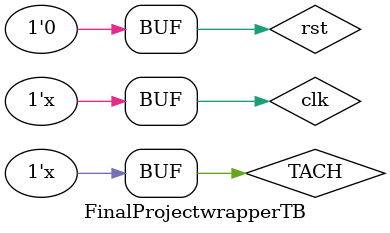
<source format=sv>
`timescale 1ns / 1ps


module FinalProjectwrapperTB;

logic rst;
logic clk; 
logic TACH;
logic MISO;
wire SPIclk;
wire CS;
wire PWM;
wire [15:0] led;
wire [3:0] D1_AN;     // 7 Segment Anodes for 4 digits
wire [7:0] D1_SEG;     // 7 Segement Cathodes for the symbols of each digit    


// Initate Unit Under Test
FinalProjectwrapper uut(  .Tach(TACH),
                          .rst(rst),
                          .clk(clk),
                          .MISO(MISO),
                          .SPIclk(SPIclk),
                          .CS(CS),
                          .PWM(PWM),
                          .led(led),
                          .D1_AN(D1_AN),
                          .D1_SEG(D1_SEG));
        
// Create TACH and Clock Signal
always begin
    #5 clk <= ~clk;
end

always begin
    #500000 TACH <= ~TACH;          // The Tach Signal is way slower in reality (faster here, for a better overview)
end 

// Simulate MISO Line
always @ (posedge(SPIclk)) begin 
    if (CS == 0) MISO <= ~MISO;       // Simply return an alternating MISO Signal to Simulate Sensor output   
    else MISO <= 0;
end
 
initial begin
    
    clk <= 0;
    TACH <= 0;
    MISO <= 0;
    rst <= 1;    // Wait for global reset
    #50 rst <= 0;

end    
endmodule

</source>
